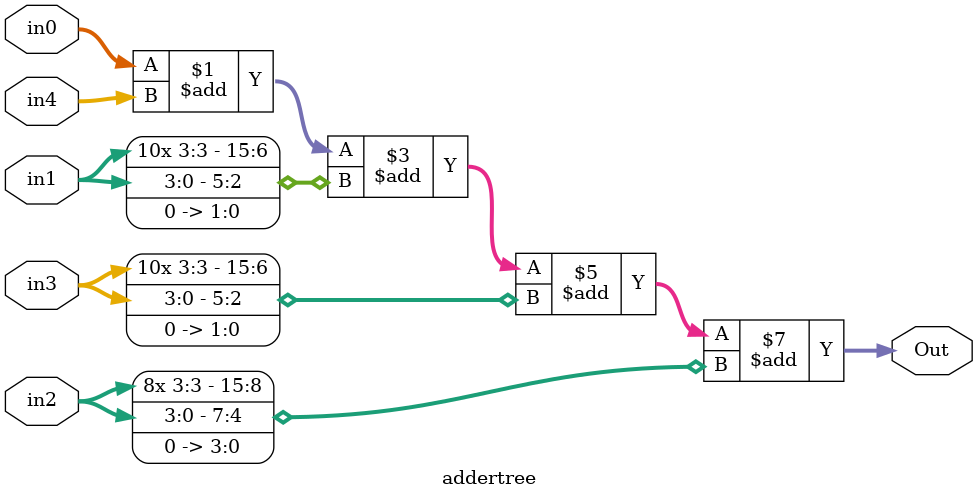
<source format=v>
 module addertree #(
    parameter NUM_INPUT_BITS = 4, 
    parameter NUM_OUTPUT_BITS = 16
) (
    input signed [NUM_INPUT_BITS-1:0] in0, 
    input signed [NUM_INPUT_BITS-1:0] in1, 
    input signed [NUM_INPUT_BITS-1:0] in2, 
    input signed [NUM_INPUT_BITS-1:0] in3, 
    input signed [NUM_INPUT_BITS-1:0] in4, 
    output signed [NUM_OUTPUT_BITS-1:0] Out );


assign Out = in0 + in4 + ( in1 << 2) + (in3 << 2) + (in2 << 4) ;

endmodule

</source>
